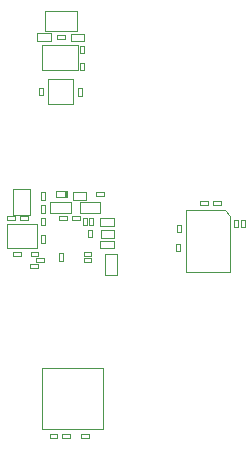
<source format=gbr>
G04 #@! TF.GenerationSoftware,KiCad,Pcbnew,(5.1.0)-1*
G04 #@! TF.CreationDate,2019-09-15T18:31:35-07:00*
G04 #@! TF.ProjectId,Miniscope-v4-Rigid-Flex,4d696e69-7363-46f7-9065-2d76342d5269,rev?*
G04 #@! TF.SameCoordinates,Original*
G04 #@! TF.FileFunction,Other,Fab,Top*
%FSLAX46Y46*%
G04 Gerber Fmt 4.6, Leading zero omitted, Abs format (unit mm)*
G04 Created by KiCad (PCBNEW (5.1.0)-1) date 2019-09-15 18:31:35*
%MOMM*%
%LPD*%
G04 APERTURE LIST*
%ADD10C,0.100000*%
%ADD11C,0.120000*%
G04 APERTURE END LIST*
D10*
X118100200Y-116188600D02*
X118100200Y-111488600D01*
X114300200Y-116188600D02*
X118100200Y-116188600D01*
X114300200Y-110988600D02*
X114300200Y-116188600D01*
X117600200Y-110988600D02*
X114300200Y-110988600D01*
X117600200Y-110988600D02*
X118100200Y-111488600D01*
D11*
X113856600Y-114455800D02*
X113516600Y-114455800D01*
X113516600Y-114455800D02*
X113516600Y-113815800D01*
X113516600Y-113815800D02*
X113856600Y-113815800D01*
X113856600Y-113815800D02*
X113856600Y-114455800D01*
X116191000Y-110203800D02*
X116191000Y-110543800D01*
X116191000Y-110543800D02*
X115551000Y-110543800D01*
X115551000Y-110543800D02*
X115551000Y-110203800D01*
X115551000Y-110203800D02*
X116191000Y-110203800D01*
X119013400Y-111783800D02*
X119353400Y-111783800D01*
X119353400Y-111783800D02*
X119353400Y-112423800D01*
X119353400Y-112423800D02*
X119013400Y-112423800D01*
X119013400Y-112423800D02*
X119013400Y-111783800D01*
X118429200Y-111783800D02*
X118769200Y-111783800D01*
X118769200Y-111783800D02*
X118769200Y-112423800D01*
X118769200Y-112423800D02*
X118429200Y-112423800D01*
X118429200Y-112423800D02*
X118429200Y-111783800D01*
X117283200Y-110203800D02*
X117283200Y-110543800D01*
X117283200Y-110543800D02*
X116643200Y-110543800D01*
X116643200Y-110543800D02*
X116643200Y-110203800D01*
X116643200Y-110203800D02*
X117283200Y-110203800D01*
X113552400Y-112215600D02*
X113892400Y-112215600D01*
X113892400Y-112215600D02*
X113892400Y-112855600D01*
X113892400Y-112855600D02*
X113552400Y-112855600D01*
X113552400Y-112855600D02*
X113552400Y-112215600D01*
X102156800Y-129528400D02*
X102156800Y-124368400D01*
X107316800Y-129528400D02*
X102156800Y-129528400D01*
X107316800Y-124368400D02*
X107316800Y-129528400D01*
X102156800Y-124368400D02*
X107316800Y-124368400D01*
X102778600Y-130227400D02*
X102778600Y-129887400D01*
X102778600Y-129887400D02*
X103418600Y-129887400D01*
X103418600Y-129887400D02*
X103418600Y-130227400D01*
X103418600Y-130227400D02*
X102778600Y-130227400D01*
X103870800Y-130227400D02*
X103870800Y-129887400D01*
X103870800Y-129887400D02*
X104510800Y-129887400D01*
X104510800Y-129887400D02*
X104510800Y-130227400D01*
X104510800Y-130227400D02*
X103870800Y-130227400D01*
X106107200Y-129890200D02*
X106107200Y-130230200D01*
X106107200Y-130230200D02*
X105467200Y-130230200D01*
X105467200Y-130230200D02*
X105467200Y-129890200D01*
X105467200Y-129890200D02*
X106107200Y-129890200D01*
X99154400Y-114200600D02*
X99154400Y-112140600D01*
X99154400Y-112140600D02*
X101714400Y-112140600D01*
X101714400Y-112140600D02*
X101714400Y-114200600D01*
X101714400Y-114200600D02*
X99154400Y-114200600D01*
X101109000Y-109220400D02*
X101109000Y-111380400D01*
X99709000Y-109220400D02*
X101109000Y-109220400D01*
X99709000Y-111380400D02*
X99709000Y-109220400D01*
X101109000Y-111380400D02*
X99709000Y-111380400D01*
X102067800Y-113104600D02*
X102407800Y-113104600D01*
X102407800Y-113104600D02*
X102407800Y-113744600D01*
X102407800Y-113744600D02*
X102067800Y-113744600D01*
X102067800Y-113744600D02*
X102067800Y-113104600D01*
X99708000Y-114864600D02*
X99708000Y-114524600D01*
X99708000Y-114524600D02*
X100348000Y-114524600D01*
X100348000Y-114524600D02*
X100348000Y-114864600D01*
X100348000Y-114864600D02*
X99708000Y-114864600D01*
X106718400Y-109810000D02*
X106718400Y-109470000D01*
X106718400Y-109470000D02*
X107358400Y-109470000D01*
X107358400Y-109470000D02*
X107358400Y-109810000D01*
X107358400Y-109810000D02*
X106718400Y-109810000D01*
X102067800Y-109447000D02*
X102407800Y-109447000D01*
X102407800Y-109447000D02*
X102407800Y-110087000D01*
X102407800Y-110087000D02*
X102067800Y-110087000D01*
X102067800Y-110087000D02*
X102067800Y-109447000D01*
X105876600Y-109427000D02*
X105876600Y-110107000D01*
X105876600Y-110107000D02*
X104796600Y-110107000D01*
X104796600Y-110107000D02*
X104796600Y-109427000D01*
X104796600Y-109427000D02*
X105876600Y-109427000D01*
X102811000Y-111257600D02*
X102811000Y-110257600D01*
X102811000Y-110257600D02*
X104611000Y-110257600D01*
X104611000Y-110257600D02*
X104611000Y-111257600D01*
X104611000Y-111257600D02*
X102811000Y-111257600D01*
X108497000Y-114653600D02*
X108497000Y-116453600D01*
X107497000Y-114653600D02*
X108497000Y-114653600D01*
X107497000Y-116453600D02*
X107497000Y-114653600D01*
X108497000Y-116453600D02*
X107497000Y-116453600D01*
D10*
X104287200Y-109353800D02*
X104287200Y-109853800D01*
X104287200Y-109853800D02*
X103287200Y-109853800D01*
X103287200Y-109853800D02*
X103287200Y-109353800D01*
X103287200Y-109353800D02*
X104287200Y-109353800D01*
X104187200Y-109353800D02*
X104187200Y-109853800D01*
X104087200Y-109353800D02*
X104087200Y-109853800D01*
D11*
X100292200Y-111791200D02*
X100292200Y-111451200D01*
X100292200Y-111451200D02*
X100932200Y-111451200D01*
X100932200Y-111451200D02*
X100932200Y-111791200D01*
X100932200Y-111791200D02*
X100292200Y-111791200D01*
X107080200Y-111237600D02*
X105320200Y-111237600D01*
X107080200Y-110277600D02*
X107080200Y-111237600D01*
X105320200Y-110277600D02*
X107080200Y-110277600D01*
X105320200Y-111237600D02*
X105320200Y-110277600D01*
X102407800Y-111179200D02*
X102067800Y-111179200D01*
X102067800Y-111179200D02*
X102067800Y-110539200D01*
X102067800Y-110539200D02*
X102407800Y-110539200D01*
X102407800Y-110539200D02*
X102407800Y-111179200D01*
X99814600Y-111791200D02*
X99174600Y-111791200D01*
X99814600Y-111451200D02*
X99814600Y-111791200D01*
X99174600Y-111451200D02*
X99814600Y-111451200D01*
X99174600Y-111791200D02*
X99174600Y-111451200D01*
X103619600Y-111842000D02*
X103619600Y-111502000D01*
X103619600Y-111502000D02*
X104259600Y-111502000D01*
X104259600Y-111502000D02*
X104259600Y-111842000D01*
X104259600Y-111842000D02*
X103619600Y-111842000D01*
X107118800Y-113322800D02*
X107118800Y-112662800D01*
X107118800Y-112662800D02*
X108278800Y-112662800D01*
X108278800Y-112662800D02*
X108278800Y-113322800D01*
X108278800Y-113322800D02*
X107118800Y-113322800D01*
X101663800Y-115347200D02*
X101663800Y-115007200D01*
X101663800Y-115007200D02*
X102303800Y-115007200D01*
X102303800Y-115007200D02*
X102303800Y-115347200D01*
X102303800Y-115347200D02*
X101663800Y-115347200D01*
X105677000Y-115372600D02*
X105677000Y-115032600D01*
X105677000Y-115032600D02*
X106317000Y-115032600D01*
X106317000Y-115032600D02*
X106317000Y-115372600D01*
X106317000Y-115372600D02*
X105677000Y-115372600D01*
X105326400Y-111502000D02*
X105326400Y-111842000D01*
X105326400Y-111842000D02*
X104686400Y-111842000D01*
X104686400Y-111842000D02*
X104686400Y-111502000D01*
X104686400Y-111502000D02*
X105326400Y-111502000D01*
X108253400Y-114211800D02*
X107093400Y-114211800D01*
X108253400Y-113551800D02*
X108253400Y-114211800D01*
X107093400Y-113551800D02*
X108253400Y-113551800D01*
X107093400Y-114211800D02*
X107093400Y-113551800D01*
X105677000Y-114864600D02*
X105677000Y-114524600D01*
X105677000Y-114524600D02*
X106317000Y-114524600D01*
X106317000Y-114524600D02*
X106317000Y-114864600D01*
X106317000Y-114864600D02*
X105677000Y-114864600D01*
X101130400Y-115906000D02*
X101130400Y-115566000D01*
X101130400Y-115566000D02*
X101770400Y-115566000D01*
X101770400Y-115566000D02*
X101770400Y-115906000D01*
X101770400Y-115906000D02*
X101130400Y-115906000D01*
X103566400Y-114628600D02*
X103906400Y-114628600D01*
X103906400Y-114628600D02*
X103906400Y-115268600D01*
X103906400Y-115268600D02*
X103566400Y-115268600D01*
X103566400Y-115268600D02*
X103566400Y-114628600D01*
X107093400Y-112306800D02*
X107093400Y-111646800D01*
X107093400Y-111646800D02*
X108253400Y-111646800D01*
X108253400Y-111646800D02*
X108253400Y-112306800D01*
X108253400Y-112306800D02*
X107093400Y-112306800D01*
X101176800Y-114839200D02*
X101176800Y-114499200D01*
X101176800Y-114499200D02*
X101816800Y-114499200D01*
X101816800Y-114499200D02*
X101816800Y-114839200D01*
X101816800Y-114839200D02*
X101176800Y-114839200D01*
X102407800Y-112271400D02*
X102067800Y-112271400D01*
X102067800Y-112271400D02*
X102067800Y-111631400D01*
X102067800Y-111631400D02*
X102407800Y-111631400D01*
X102407800Y-111631400D02*
X102407800Y-112271400D01*
X106055600Y-112622000D02*
X106395600Y-112622000D01*
X106395600Y-112622000D02*
X106395600Y-113262000D01*
X106395600Y-113262000D02*
X106055600Y-113262000D01*
X106055600Y-113262000D02*
X106055600Y-112622000D01*
X106081000Y-111606000D02*
X106421000Y-111606000D01*
X106421000Y-111606000D02*
X106421000Y-112246000D01*
X106421000Y-112246000D02*
X106081000Y-112246000D01*
X106081000Y-112246000D02*
X106081000Y-111606000D01*
X105598400Y-111606000D02*
X105938400Y-111606000D01*
X105938400Y-111606000D02*
X105938400Y-112246000D01*
X105938400Y-112246000D02*
X105598400Y-112246000D01*
X105598400Y-112246000D02*
X105598400Y-111606000D01*
X102415200Y-94116000D02*
X105095200Y-94116000D01*
X102415200Y-95796000D02*
X102415200Y-94116000D01*
X105095200Y-95796000D02*
X102415200Y-95796000D01*
X105095200Y-94116000D02*
X105095200Y-95796000D01*
X102681000Y-99905800D02*
X104741000Y-99905800D01*
X102681000Y-101965800D02*
X102681000Y-99905800D01*
X104741000Y-101965800D02*
X102681000Y-101965800D01*
X104741000Y-99905800D02*
X104741000Y-101965800D01*
X105203600Y-97030200D02*
X105203600Y-99130200D01*
X105203600Y-99130200D02*
X102103600Y-99130200D01*
X102103600Y-99130200D02*
X102103600Y-97030200D01*
X102103600Y-97030200D02*
X105203600Y-97030200D01*
X102223400Y-101245000D02*
X101883400Y-101245000D01*
X101883400Y-101245000D02*
X101883400Y-100605000D01*
X101883400Y-100605000D02*
X102223400Y-100605000D01*
X102223400Y-100605000D02*
X102223400Y-101245000D01*
X103409800Y-96497600D02*
X103409800Y-96157600D01*
X103409800Y-96157600D02*
X104049800Y-96157600D01*
X104049800Y-96157600D02*
X104049800Y-96497600D01*
X104049800Y-96497600D02*
X103409800Y-96497600D01*
X102862000Y-95997600D02*
X102862000Y-96657600D01*
X102862000Y-96657600D02*
X101702000Y-96657600D01*
X101702000Y-96657600D02*
X101702000Y-95997600D01*
X101702000Y-95997600D02*
X102862000Y-95997600D01*
X105210800Y-100630400D02*
X105550800Y-100630400D01*
X105550800Y-100630400D02*
X105550800Y-101270400D01*
X105550800Y-101270400D02*
X105210800Y-101270400D01*
X105210800Y-101270400D02*
X105210800Y-100630400D01*
X104559000Y-96683000D02*
X104559000Y-96023000D01*
X104559000Y-96023000D02*
X105719000Y-96023000D01*
X105719000Y-96023000D02*
X105719000Y-96683000D01*
X105719000Y-96683000D02*
X104559000Y-96683000D01*
X105703200Y-99136800D02*
X105363200Y-99136800D01*
X105363200Y-99136800D02*
X105363200Y-98496800D01*
X105363200Y-98496800D02*
X105703200Y-98496800D01*
X105703200Y-98496800D02*
X105703200Y-99136800D01*
X105703200Y-97689000D02*
X105363200Y-97689000D01*
X105363200Y-97689000D02*
X105363200Y-97049000D01*
X105363200Y-97049000D02*
X105703200Y-97049000D01*
X105703200Y-97049000D02*
X105703200Y-97689000D01*
M02*

</source>
